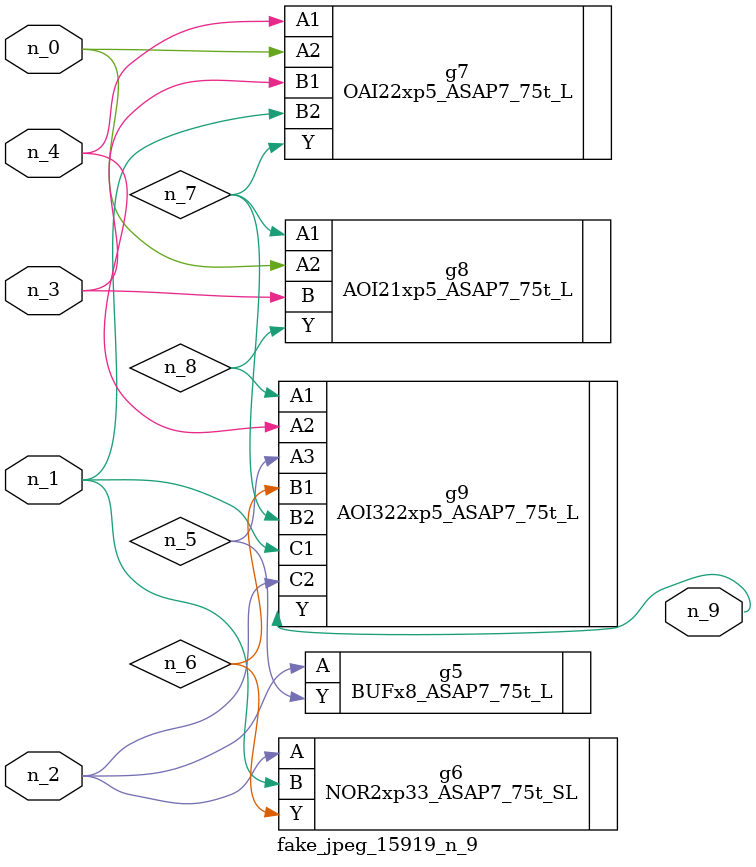
<source format=v>
module fake_jpeg_15919_n_9 (n_3, n_2, n_1, n_0, n_4, n_9);

input n_3;
input n_2;
input n_1;
input n_0;
input n_4;

output n_9;

wire n_8;
wire n_6;
wire n_5;
wire n_7;

BUFx8_ASAP7_75t_L g5 ( 
.A(n_2),
.Y(n_5)
);

NOR2xp33_ASAP7_75t_SL g6 ( 
.A(n_2),
.B(n_1),
.Y(n_6)
);

OAI22xp5_ASAP7_75t_L g7 ( 
.A1(n_4),
.A2(n_0),
.B1(n_3),
.B2(n_1),
.Y(n_7)
);

AOI21xp5_ASAP7_75t_L g8 ( 
.A1(n_7),
.A2(n_0),
.B(n_3),
.Y(n_8)
);

AOI322xp5_ASAP7_75t_L g9 ( 
.A1(n_8),
.A2(n_4),
.A3(n_5),
.B1(n_6),
.B2(n_7),
.C1(n_1),
.C2(n_2),
.Y(n_9)
);


endmodule
</source>
